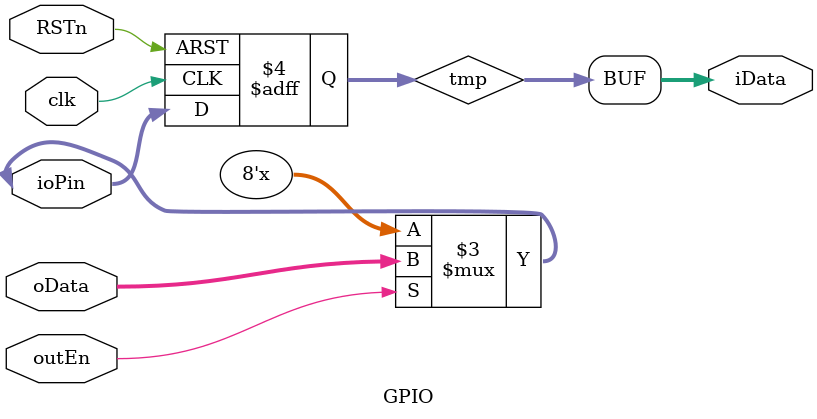
<source format=v>
module GPIO (
    input outEn,
    input clk,
    input RSTn,
    input  [7:0]  oData,  
    output [7:0]  iData,  
    inout  [7:0]  ioPin
);
reg [7:0] tmp;

always@(posedge clk or negedge RSTn) begin
  if(~RSTn) tmp <= 8'd0;
  else tmp <= ioPin;
end

assign iData = tmp;
assign ioPin = outEn ? oData : 8'bzzzzzzzz;

endmodule
</source>
